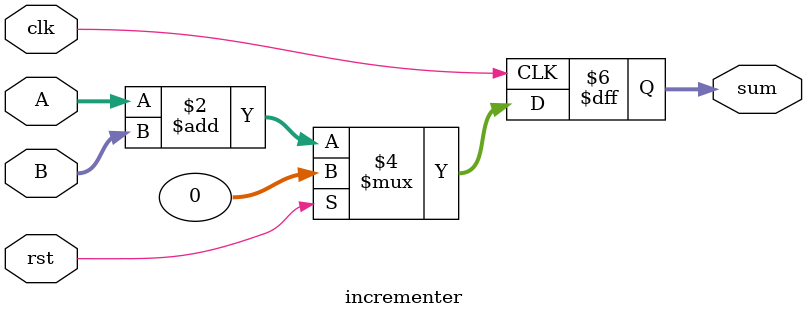
<source format=v>
module incrementer(A, B, sum,clk, rst);
	input [31:0] A, B;
	input clk, rst;
	output reg [31:0]sum;
	always@(posedge clk)begin
		if(rst)
			sum <= 32'd0;
		else
			sum <= A + B;
	end
endmodule

</source>
